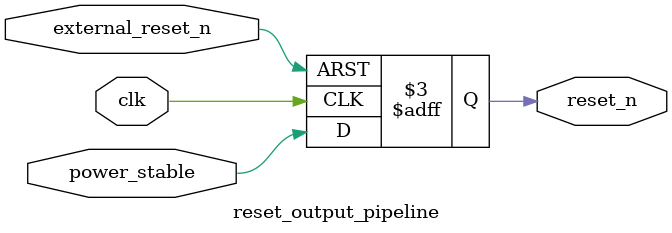
<source format=sv>
module power_on_reset_delay #(
    parameter DELAY_COUNT = 16'd1000
)(
    input  wire clk,
    input  wire external_reset_n,
    output reg  reset_n
);

    // Internal signals for submodule connections
    wire        counter_done;
    wire        power_stable;

    // Counter Submodule: Handles delay counting after external reset deassertion
    power_on_reset_counter #(
        .DELAY_COUNT(DELAY_COUNT)
    ) u_power_on_reset_counter (
        .clk                (clk),
        .external_reset_n   (external_reset_n),
        .counter_done       (counter_done)
    );

    // Power Stable Pipeline Register Submodule
    power_stable_pipeline u_power_stable_pipeline (
        .clk                (clk),
        .external_reset_n   (external_reset_n),
        .counter_done       (counter_done),
        .power_stable       (power_stable)
    );

    // Reset Output Pipeline Register Submodule
    reset_output_pipeline u_reset_output_pipeline (
        .clk                (clk),
        .external_reset_n   (external_reset_n),
        .power_stable       (power_stable),
        .reset_n            (reset_n)
    );

endmodule

// -----------------------------------------------------------------------------
// Submodule: power_on_reset_counter
// Function: Counts clock cycles after external reset is deasserted. Outputs
//           a done signal when the count reaches DELAY_COUNT.
// -----------------------------------------------------------------------------
module power_on_reset_counter #(
    parameter DELAY_COUNT = 16'd1000
)(
    input  wire clk,
    input  wire external_reset_n,
    output reg  counter_done
);

    reg [15:0] delay_counter;

    always @(posedge clk or negedge external_reset_n) begin
        if (!external_reset_n) begin
            delay_counter <= 16'd0;
            counter_done  <= 1'b0;
        end else begin
            if (!counter_done) begin
                if (delay_counter < DELAY_COUNT - 16'd1) begin
                    delay_counter <= delay_counter + 16'd1;
                    counter_done  <= 1'b0;
                end else begin
                    delay_counter <= delay_counter; // Hold value
                    counter_done  <= 1'b1;
                end
            end
        end
    end

endmodule

// -----------------------------------------------------------------------------
// Submodule: power_stable_pipeline
// Function: Pipeline register to hold the power stable (counter_done) signal.
// -----------------------------------------------------------------------------
module power_stable_pipeline (
    input  wire clk,
    input  wire external_reset_n,
    input  wire counter_done,
    output reg  power_stable
);

    always @(posedge clk or negedge external_reset_n) begin
        if (!external_reset_n) begin
            power_stable <= 1'b0;
        end else begin
            power_stable <= counter_done;
        end
    end

endmodule

// -----------------------------------------------------------------------------
// Submodule: reset_output_pipeline
// Function: Final pipeline register to align the output reset_n signal.
// -----------------------------------------------------------------------------
module reset_output_pipeline (
    input  wire clk,
    input  wire external_reset_n,
    input  wire power_stable,
    output reg  reset_n
);

    always @(posedge clk or negedge external_reset_n) begin
        if (!external_reset_n) begin
            reset_n <= 1'b0;
        end else begin
            reset_n <= power_stable;
        end
    end

endmodule
</source>
